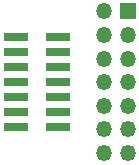
<source format=gbr>
%TF.GenerationSoftware,KiCad,Pcbnew,7.0.2*%
%TF.CreationDate,2024-01-21T01:29:37-05:00*%
%TF.ProjectId,jtag-adapter,6a746167-2d61-4646-9170-7465722e6b69,rev?*%
%TF.SameCoordinates,Original*%
%TF.FileFunction,Soldermask,Top*%
%TF.FilePolarity,Negative*%
%FSLAX46Y46*%
G04 Gerber Fmt 4.6, Leading zero omitted, Abs format (unit mm)*
G04 Created by KiCad (PCBNEW 7.0.2) date 2024-01-21 01:29:37*
%MOMM*%
%LPD*%
G01*
G04 APERTURE LIST*
%ADD10R,1.350000X1.350000*%
%ADD11O,1.350000X1.350000*%
%ADD12R,2.100000X0.750000*%
G04 APERTURE END LIST*
D10*
%TO.C,J2*%
X94400000Y-66000000D03*
D11*
X92400000Y-66000000D03*
X94400000Y-68000000D03*
X92400000Y-68000000D03*
X94400000Y-70000000D03*
X92400000Y-70000000D03*
X94400000Y-72000000D03*
X92400000Y-72000000D03*
X94400000Y-74000000D03*
X92400000Y-74000000D03*
X94400000Y-76000000D03*
X92400000Y-76000000D03*
X94400000Y-78000000D03*
X92400000Y-78000000D03*
%TD*%
D12*
%TO.C,J1*%
X88500000Y-68190000D03*
X84900000Y-68190000D03*
X88500000Y-69460000D03*
X84900000Y-69460000D03*
X88500000Y-70730000D03*
X84900000Y-70730000D03*
X88500000Y-72000000D03*
X84900000Y-72000000D03*
X88500000Y-73270000D03*
X84900000Y-73270000D03*
X88500000Y-74540000D03*
X84900000Y-74540000D03*
X88500000Y-75810000D03*
X84900000Y-75810000D03*
%TD*%
M02*

</source>
